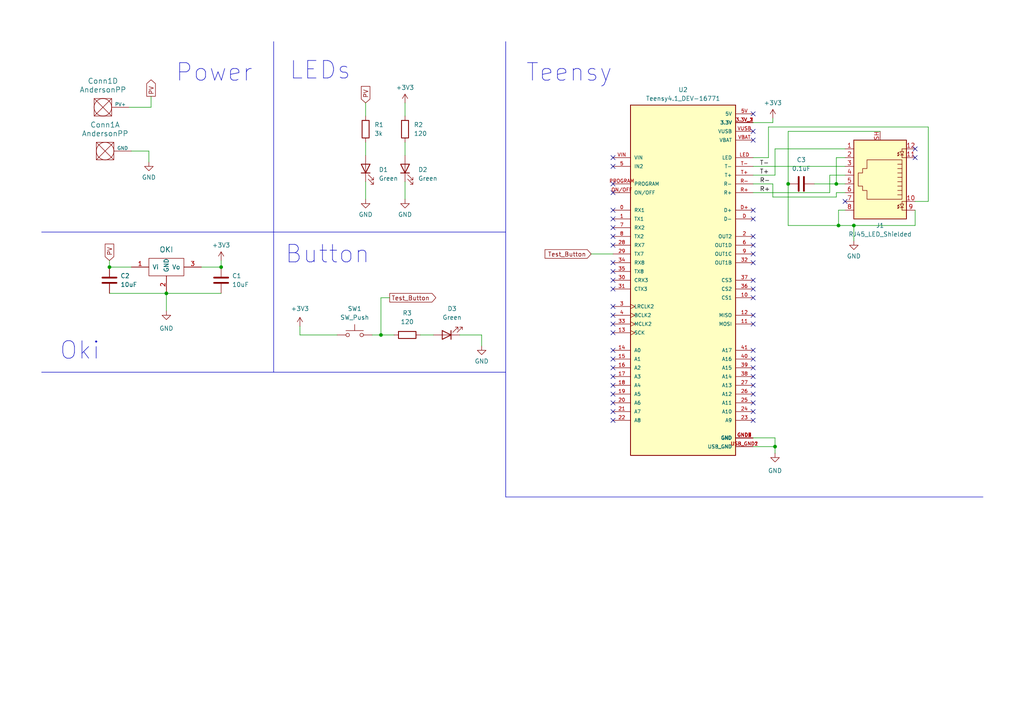
<source format=kicad_sch>
(kicad_sch (version 20230121) (generator eeschema)
  (paper "A4")
  (lib_symbols
    (symbol "Connector:RJ45_LED_Shielded" (pin_names (offset 1.016))
      (property "Reference" "J" (at -5.08 13.97 0))
      (property "Value" "RJ45_LED_Shielded" (at 1.27 13.97 0))
      (symbol "RJ45_LED_Shielded_0_1"
        (polyline (pts (xy -7.62 -7.62) (xy -6.35 -7.62)))
        (polyline (pts (xy -7.62 -5.08) (xy -6.35 -5.08)))
        (polyline (pts (xy -7.62 7.62) (xy -6.35 7.62)))
        (polyline (pts (xy -7.62 10.16) (xy -6.35 10.16)))
        (polyline (pts (xy -6.858 -5.842) (xy -5.842 -5.842)))
        (polyline (pts (xy -6.858 9.398) (xy -5.842 9.398)))
        (polyline (pts (xy -6.35 -7.62) (xy -6.35 -6.858)))
        (polyline (pts (xy -6.35 -5.08) (xy -6.35 -5.842)))
        (polyline (pts (xy -6.35 7.62) (xy -6.35 8.382)))
        (polyline (pts (xy -6.35 10.16) (xy -6.35 9.398)))
        (polyline (pts (xy -5.08 -6.223) (xy -5.207 -6.604)))
        (polyline (pts (xy -5.08 -5.588) (xy -5.207 -5.969)))
        (polyline (pts (xy -5.08 4.445) (xy -6.35 4.445)))
        (polyline (pts (xy -5.08 5.715) (xy -6.35 5.715)))
        (polyline (pts (xy -5.08 9.017) (xy -5.207 8.636)))
        (polyline (pts (xy -5.08 9.652) (xy -5.207 9.271)))
        (polyline (pts (xy -6.35 -3.175) (xy -5.08 -3.175) (xy -5.08 -3.175)))
        (polyline (pts (xy -6.35 -1.905) (xy -5.08 -1.905) (xy -5.08 -1.905)))
        (polyline (pts (xy -6.35 -0.635) (xy -5.08 -0.635) (xy -5.08 -0.635)))
        (polyline (pts (xy -6.35 0.635) (xy -5.08 0.635) (xy -5.08 0.635)))
        (polyline (pts (xy -6.35 1.905) (xy -5.08 1.905) (xy -5.08 1.905)))
        (polyline (pts (xy -5.588 -6.731) (xy -5.08 -6.223) (xy -5.461 -6.35)))
        (polyline (pts (xy -5.588 -6.096) (xy -5.08 -5.588) (xy -5.461 -5.715)))
        (polyline (pts (xy -5.588 8.509) (xy -5.08 9.017) (xy -5.461 8.89)))
        (polyline (pts (xy -5.588 9.144) (xy -5.08 9.652) (xy -5.461 9.525)))
        (polyline (pts (xy -5.08 3.175) (xy -6.35 3.175) (xy -6.35 3.175)))
        (polyline (pts (xy -6.35 -5.842) (xy -6.858 -6.858) (xy -5.842 -6.858) (xy -6.35 -5.842)))
        (polyline (pts (xy -6.35 9.398) (xy -6.858 8.382) (xy -5.842 8.382) (xy -6.35 9.398)))
        (polyline (pts (xy -6.35 -4.445) (xy -6.35 6.985) (xy 3.81 6.985) (xy 3.81 4.445) (xy 5.08 4.445) (xy 5.08 3.175) (xy 6.35 3.175) (xy 6.35 -0.635) (xy 5.08 -0.635) (xy 5.08 -1.905) (xy 3.81 -1.905) (xy 3.81 -4.445) (xy -6.35 -4.445) (xy -6.35 -4.445)))
        (rectangle (start 7.62 12.7) (end -7.62 -10.16) (stroke (width 0.254)) (fill (type background)))
      )
      (symbol "RJ45_LED_Shielded_1_1"
        (pin passive line (at 10.16 -7.62 180) (length 2.54) (name "~") (number "1"))
        (pin passive line (at -10.16 7.62 0) (length 2.54) (name "~") (number "10"))
        (pin passive line (at -10.16 -5.08 0) (length 2.54) (name "~") (number "11"))
        (pin passive line (at -10.16 -7.62 0) (length 2.54) (name "~") (number "12"))
        (pin passive line (at 10.16 -5.08 180) (length 2.54) (name "~") (number "2"))
        (pin passive line (at 10.16 -2.54 180) (length 2.54) (name "~") (number "3"))
        (pin passive line (at 10.16 0 180) (length 2.54) (name "~") (number "4"))
        (pin passive line (at 10.16 2.54 180) (length 2.54) (name "~") (number "5"))
        (pin passive line (at 10.16 5.08 180) (length 2.54) (name "~") (number "6"))
        (pin passive line (at 10.16 7.62 180) (length 2.54) (name "~") (number "7"))
        (pin passive line (at 10.16 10.16 180) (length 2.54) (name "~") (number "8"))
        (pin passive line (at -10.16 10.16 0) (length 2.54) (name "~") (number "9"))
        (pin passive line (at 0 -12.7 90) (length 2.54) (name "~") (number "SH"))
      )
    )
    (symbol "Device:C" (pin_numbers hide) (pin_names (offset 0.254))
      (property "Reference" "C" (at 0.635 2.54 0))
      (property "Value" "C" (at 0.635 -2.54 0))
      (symbol "C_0_1"
        (polyline (pts (xy -2.032 -0.762) (xy 2.032 -0.762)) (stroke (width 0.508)))
        (polyline (pts (xy -2.032 0.762) (xy 2.032 0.762)) (stroke (width 0.508)))
      )
      (symbol "C_1_1"
        (pin passive line (at 0 3.81 270) (length 2.794) (name "~") (number "1"))
        (pin passive line (at 0 -3.81 90) (length 2.794) (name "~") (number "2"))
      )
    )
    (symbol "Device:LED" (pin_numbers hide) (pin_names (offset 1.016) hide)
      (property "Reference" "D" (at 0 2.54 0))
      (property "Value" "LED" (at 0 -2.54 0))
      (symbol "LED_0_1"
        (polyline (pts (xy -1.27 -1.27) (xy -1.27 1.27)) (stroke (width 0.254)))
        (polyline (pts (xy -1.27 0) (xy 1.27 0)))
        (polyline (pts (xy 1.27 -1.27) (xy 1.27 1.27) (xy -1.27 0) (xy 1.27 -1.27)) (stroke (width 0.254)))
        (polyline (pts (xy -3.048 -0.762) (xy -4.572 -2.286) (xy -3.81 -2.286) (xy -4.572 -2.286) (xy -4.572 -1.524)))
        (polyline (pts (xy -1.778 -0.762) (xy -3.302 -2.286) (xy -2.54 -2.286) (xy -3.302 -2.286) (xy -3.302 -1.524)))
      )
      (symbol "LED_1_1"
        (pin passive line (at -3.81 0 0) (length 2.54) (name "K") (number "1"))
        (pin passive line (at 3.81 0 180) (length 2.54) (name "A") (number "2"))
      )
    )
    (symbol "Device:R" (pin_numbers hide) (pin_names (offset 0))
      (property "Reference" "R" (at 2.032 0 90))
      (property "Value" "R" (at 0 0 90))
      (symbol "R_0_1"
        (rectangle (start -1.016 -2.54) (end 1.016 2.54) (stroke (width 0.254)))
      )
      (symbol "R_1_1"
        (pin passive line (at 0 3.81 270) (length 1.27) (name "~") (number "1"))
        (pin passive line (at 0 -3.81 90) (length 1.27) (name "~") (number "2"))
      )
    )
    (symbol "MRDT_Connectors:AndersonPP" (pin_numbers hide) (pin_names (offset 0))
      (property "Reference" "Conn" (at 3.81 -1.27 0))
      (property "Value" "AndersonPP" (at 2.54 6.35 0))
      (symbol "AndersonPP_0_1"
        (polyline (pts (xy 0 5.08) (xy 5.08 0)))
        (polyline (pts (xy 5.08 5.08) (xy 0 0)))
        (rectangle (start 0 0) (end 5.08 5.08))
        (circle (center 2.54 2.54) (radius 2.54))
      )
      (symbol "AndersonPP_1_1"
        (pin input line (at 10.16 2.54 180) (length 5.08) (name "GND") (number "1"))
      )
      (symbol "AndersonPP_2_1"
        (pin input line (at 10.16 2.54 180) (length 5.08) (name "V+Log") (number "2"))
      )
      (symbol "AndersonPP_3_1"
        (pin input line (at 10.16 2.54 180) (length 5.08) (name "V+Act") (number "3"))
      )
      (symbol "AndersonPP_4_1"
        (pin input line (at 10.16 2.54 180) (length 5.08) (name "PV+") (number "4"))
      )
      (symbol "AndersonPP_5_1"
        (pin input line (at 10.16 2.54 180) (length 5.08) (name "~") (number "1"))
      )
    )
    (symbol "MRDT_Devices:OKI" (pin_names (offset 1.016))
      (property "Value" "OKI" (at 5.08 6.35 0))
      (symbol "OKI_0_1"
        (rectangle (start 0 0) (end 10.16 5.08))
      )
      (symbol "OKI_1_1"
        (pin input line (at -5.08 2.54 0) (length 5.08) (name "Vi") (number "1"))
        (pin output line (at 5.08 -5.08 90) (length 5.08) (name "GND") (number "2"))
        (pin output line (at 15.24 2.54 180) (length 5.08) (name "Vo") (number "3"))
      )
    )
    (symbol "MRDT_Shields:Teensy4.1_DEV-16771" (pin_names (offset 1.016))
      (property "Reference" "U" (at -15.24 52.07 0))
      (property "Value" "Teensy4.1_DEV-16771" (at -15.24 -53.34 0))
      (symbol "Teensy4.1_DEV-16771_0_0"
        (rectangle (start -15.24 -50.8) (end 15.24 50.8) (stroke (width 0.254)) (fill (type background)))
        (pin bidirectional line (at -20.32 20.32 0) (length 5.08) (name "RX1") (number "0"))
        (pin bidirectional line (at -20.32 17.78 0) (length 5.08) (name "TX1") (number "1"))
        (pin bidirectional line (at 20.32 -5.08 180) (length 5.08) (name "CS1") (number "10"))
        (pin bidirectional line (at 20.32 -12.7 180) (length 5.08) (name "MOSI") (number "11"))
        (pin bidirectional line (at 20.32 -10.16 180) (length 5.08) (name "MISO") (number "12"))
        (pin bidirectional clock (at -20.32 -15.24 0) (length 5.08) (name "SCK") (number "13"))
        (pin bidirectional line (at -20.32 -20.32 0) (length 5.08) (name "A0") (number "14"))
        (pin bidirectional line (at -20.32 -22.86 0) (length 5.08) (name "A1") (number "15"))
        (pin bidirectional line (at -20.32 -25.4 0) (length 5.08) (name "A2") (number "16"))
        (pin bidirectional line (at -20.32 -27.94 0) (length 5.08) (name "A3") (number "17"))
        (pin bidirectional line (at -20.32 -30.48 0) (length 5.08) (name "A4") (number "18"))
        (pin bidirectional line (at -20.32 -33.02 0) (length 5.08) (name "A5") (number "19"))
        (pin output line (at 20.32 12.7 180) (length 5.08) (name "OUT2") (number "2"))
        (pin bidirectional line (at -20.32 -35.56 0) (length 5.08) (name "A6") (number "20"))
        (pin bidirectional line (at -20.32 -38.1 0) (length 5.08) (name "A7") (number "21"))
        (pin bidirectional line (at -20.32 -40.64 0) (length 5.08) (name "A8") (number "22"))
        (pin bidirectional line (at 20.32 -40.64 180) (length 5.08) (name "A9") (number "23"))
        (pin bidirectional line (at 20.32 -38.1 180) (length 5.08) (name "A10") (number "24"))
        (pin bidirectional line (at 20.32 -35.56 180) (length 5.08) (name "A11") (number "25"))
        (pin bidirectional line (at 20.32 -33.02 180) (length 5.08) (name "A12") (number "26"))
        (pin bidirectional line (at 20.32 -30.48 180) (length 5.08) (name "A13") (number "27"))
        (pin bidirectional line (at -20.32 10.16 0) (length 5.08) (name "RX7") (number "28"))
        (pin bidirectional line (at -20.32 7.62 0) (length 5.08) (name "TX7") (number "29"))
        (pin bidirectional clock (at -20.32 -7.62 0) (length 5.08) (name "LRCLK2") (number "3"))
        (pin power_in line (at 20.32 45.72 180) (length 5.08) (name "3.3V") (number "3.3V_1"))
        (pin power_in line (at 20.32 45.72 180) (length 5.08) (name "3.3V") (number "3.3V_2"))
        (pin power_in line (at 20.32 45.72 180) (length 5.08) (name "3.3V") (number "3.3V_3"))
        (pin bidirectional line (at -20.32 0 0) (length 5.08) (name "CRX3") (number "30"))
        (pin bidirectional line (at -20.32 -2.54 0) (length 5.08) (name "CTX3") (number "31"))
        (pin output line (at 20.32 5.08 180) (length 5.08) (name "OUT1B") (number "32"))
        (pin bidirectional clock (at -20.32 -12.7 0) (length 5.08) (name "MCLK2") (number "33"))
        (pin bidirectional line (at -20.32 5.08 0) (length 5.08) (name "RX8") (number "34"))
        (pin bidirectional line (at -20.32 2.54 0) (length 5.08) (name "TX8") (number "35"))
        (pin bidirectional line (at 20.32 -2.54 180) (length 5.08) (name "CS2") (number "36"))
        (pin bidirectional line (at 20.32 0 180) (length 5.08) (name "CS3") (number "37"))
        (pin bidirectional line (at 20.32 -27.94 180) (length 5.08) (name "A14") (number "38"))
        (pin bidirectional line (at 20.32 -25.4 180) (length 5.08) (name "A15") (number "39"))
        (pin bidirectional clock (at -20.32 -10.16 0) (length 5.08) (name "BCLK2") (number "4"))
        (pin bidirectional line (at 20.32 -22.86 180) (length 5.08) (name "A16") (number "40"))
        (pin bidirectional line (at 20.32 -20.32 180) (length 5.08) (name "A17") (number "41"))
        (pin bidirectional line (at -20.32 33.02 0) (length 5.08) (name "IN2") (number "5"))
        (pin power_in line (at 20.32 48.26 180) (length 5.08) (name "5V") (number "5V"))
        (pin output line (at 20.32 10.16 180) (length 5.08) (name "OUT1D") (number "6"))
        (pin bidirectional line (at -20.32 15.24 0) (length 5.08) (name "RX2") (number "7"))
        (pin bidirectional line (at -20.32 12.7 0) (length 5.08) (name "TX2") (number "8"))
        (pin output line (at 20.32 7.62 180) (length 5.08) (name "OUT1C") (number "9"))
        (pin bidirectional line (at 20.32 17.78 180) (length 5.08) (name "D-") (number "D"))
        (pin bidirectional line (at 20.32 20.32 180) (length 5.08) (name "D+") (number "D+"))
        (pin power_in line (at 20.32 -45.72 180) (length 5.08) (name "GND") (number "GND1"))
        (pin power_in line (at 20.32 -45.72 180) (length 5.08) (name "GND") (number "GND2"))
        (pin power_in line (at 20.32 -45.72 180) (length 5.08) (name "GND") (number "GND3"))
        (pin power_in line (at 20.32 -45.72 180) (length 5.08) (name "GND") (number "GND4"))
        (pin power_in line (at 20.32 -45.72 180) (length 5.08) (name "GND") (number "GND5"))
        (pin bidirectional line (at 20.32 35.56 180) (length 5.08) (name "LED") (number "LED"))
        (pin bidirectional line (at -20.32 25.4 0) (length 5.08) (name "ON/OFF") (number "ON/OFF"))
        (pin bidirectional line (at -20.32 27.94 0) (length 5.08) (name "PROGRAM") (number "PROGRAM"))
        (pin bidirectional line (at 20.32 25.4 180) (length 5.08) (name "R+") (number "R+"))
        (pin bidirectional line (at 20.32 27.94 180) (length 5.08) (name "R-") (number "R-"))
        (pin bidirectional line (at 20.32 30.48 180) (length 5.08) (name "T+") (number "T+"))
        (pin bidirectional line (at 20.32 33.02 180) (length 5.08) (name "T-") (number "T-"))
        (pin power_in line (at 20.32 -48.26 180) (length 5.08) (name "USB_GND") (number "USB_GND1"))
        (pin power_in line (at 20.32 -48.26 180) (length 5.08) (name "USB_GND") (number "USB_GND2"))
        (pin passive line (at 20.32 40.64 180) (length 5.08) (name "VBAT") (number "VBAT"))
        (pin input line (at -20.32 35.56 0) (length 5.08) (name "VIN") (number "VIN"))
        (pin passive line (at 20.32 43.18 180) (length 5.08) (name "VUSB") (number "VUSB"))
      )
    )
    (symbol "Switch:SW_Push" (pin_numbers hide) (pin_names (offset 1.016) hide)
      (property "Reference" "SW" (at 1.27 2.54 0))
      (property "Value" "SW_Push" (at 0 -1.524 0))
      (symbol "SW_Push_0_1"
        (circle (center -2.032 0) (radius 0.508))
        (polyline (pts (xy 0 1.27) (xy 0 3.048)))
        (polyline (pts (xy 2.54 1.27) (xy -2.54 1.27)))
        (circle (center 2.032 0) (radius 0.508))
        (pin passive line (at -5.08 0 0) (length 2.54) (name "1") (number "1"))
        (pin passive line (at 5.08 0 180) (length 2.54) (name "2") (number "2"))
      )
    )
    (symbol "power:+3V3" (power) (pin_names (offset 0))
      (property "Value" "+3V3" (at 0 3.556 0))
      (symbol "+3V3_0_1"
        (polyline (pts (xy -0.762 1.27) (xy 0 2.54)))
        (polyline (pts (xy 0 0) (xy 0 2.54)))
        (polyline (pts (xy 0 2.54) (xy 0.762 1.27)))
      )
      (symbol "+3V3_1_1"
        (pin power_in line (at 0 0 90) (length 0) hide (name "+3V3") (number "1"))
      )
    )
    (symbol "power:GND" (power) (pin_names (offset 0))
      (property "Value" "GND" (at 0 -3.81 0))
      (symbol "GND_0_1"
        (polyline (pts (xy 0 0) (xy 0 -1.27) (xy 1.27 -1.27) (xy 0 -2.54) (xy -1.27 -1.27) (xy 0 -1.27)))
      )
      (symbol "GND_1_1"
        (pin power_in line (at 0 0 270) (length 0) hide (name "GND") (number "1"))
      )
    )
  )
  (junction (at 228.6 53.34))
  (junction (at 247.65 65.405))
  (junction (at 48.26 85.09))
  (junction (at 243.205 65.405))
  (junction (at 110.49 97.155))
  (junction (at 242.57 53.34))
  (junction (at 31.75 77.47))
  (junction (at 64.135 77.47))
  (junction (at 224.79 129.54))
  (no_connect (at 218.44 81.28))
  (no_connect (at 218.44 33.02))
  (no_connect (at 177.8 106.68))
  (no_connect (at 218.44 60.96))
  (no_connect (at 177.8 63.5))
  (no_connect (at 177.8 48.26))
  (no_connect (at 218.44 38.1))
  (no_connect (at 218.44 91.44))
  (no_connect (at 218.44 76.2))
  (no_connect (at 218.44 68.58))
  (no_connect (at 218.44 109.22))
  (no_connect (at 177.8 114.3))
  (no_connect (at 177.8 104.14))
  (no_connect (at 177.8 53.34))
  (no_connect (at 218.44 114.3))
  (no_connect (at 218.44 119.38))
  (no_connect (at 177.8 60.96))
  (no_connect (at 177.8 91.44))
  (no_connect (at 218.44 63.5))
  (no_connect (at 177.8 119.38))
  (no_connect (at 218.44 73.66))
  (no_connect (at 177.8 116.84))
  (no_connect (at 177.8 121.92))
  (no_connect (at 177.8 76.2))
  (no_connect (at 218.44 71.12))
  (no_connect (at 245.11 58.42))
  (no_connect (at 177.8 83.82))
  (no_connect (at 177.8 45.72))
  (no_connect (at 177.8 55.88))
  (no_connect (at 177.8 101.6))
  (no_connect (at 218.44 111.76))
  (no_connect (at 177.8 71.12))
  (no_connect (at 177.8 78.74))
  (no_connect (at 218.44 93.98))
  (no_connect (at 177.8 81.28))
  (no_connect (at 218.44 83.82))
  (no_connect (at 177.8 96.52))
  (no_connect (at 177.8 88.9))
  (no_connect (at 218.44 101.6))
  (no_connect (at 218.44 116.84))
  (no_connect (at 177.8 66.04))
  (no_connect (at 218.44 106.68))
  (no_connect (at 218.44 121.92))
  (no_connect (at 265.43 45.72))
  (no_connect (at 177.8 93.98))
  (no_connect (at 218.44 104.14))
  (no_connect (at 265.43 43.18))
  (no_connect (at 218.44 40.64))
  (no_connect (at 218.44 86.36))
  (no_connect (at 177.8 109.22))
  (no_connect (at 177.8 68.58))
  (no_connect (at 177.8 111.76))
  (wire (pts (xy 265.43 60.96) (xy 265.43 65.405)))
  (wire (pts (xy 106.045 41.275) (xy 106.045 45.085)))
  (wire (pts (xy 242.57 57.15) (xy 224.155 57.15)))
  (wire (pts (xy 43.18 43.815) (xy 43.18 46.99)))
  (wire (pts (xy 224.155 57.15) (xy 224.155 53.34)))
  (wire (pts (xy 224.79 127) (xy 224.79 129.54)))
  (wire (pts (xy 240.665 50.8) (xy 240.665 55.88)))
  (wire (pts (xy 247.65 65.405) (xy 247.65 69.85)))
  (wire (pts (xy 245.11 55.88) (xy 242.57 55.88)))
  (wire (pts (xy 218.44 129.54) (xy 224.79 129.54)))
  (wire (pts (xy 106.045 29.845) (xy 106.045 33.655)))
  (wire (pts (xy 117.475 52.705) (xy 117.475 57.785)))
  (wire (pts (xy 31.75 75.565) (xy 31.75 77.47)))
  (wire (pts (xy 243.205 60.96) (xy 243.205 65.405)))
  (wire (pts (xy 121.92 97.155) (xy 125.73 97.155)))
  (wire (pts (xy 240.665 55.88) (xy 218.44 55.88)))
  (wire (pts (xy 86.995 94.615) (xy 86.995 97.155)))
  (wire (pts (xy 245.11 60.96) (xy 243.205 60.96)))
  (wire (pts (xy 64.135 75.565) (xy 64.135 77.47)))
  (wire (pts (xy 31.75 85.09) (xy 48.26 85.09)))
  (wire (pts (xy 117.475 29.845) (xy 117.475 33.655)))
  (polyline (pts (xy 285.115 144.145) (xy 146.685 144.145)))
  (wire (pts (xy 224.79 43.18) (xy 224.79 50.8)))
  (wire (pts (xy 245.11 45.72) (xy 242.57 45.72)))
  (wire (pts (xy 224.79 129.54) (xy 224.79 131.445)))
  (wire (pts (xy 43.815 27.94) (xy 43.815 31.115)))
  (wire (pts (xy 58.42 77.47) (xy 64.135 77.47)))
  (wire (pts (xy 222.885 36.83) (xy 222.885 45.72)))
  (wire (pts (xy 218.44 127) (xy 224.79 127)))
  (wire (pts (xy 242.57 45.72) (xy 242.57 53.34)))
  (wire (pts (xy 242.57 55.88) (xy 242.57 57.15)))
  (wire (pts (xy 218.44 48.26) (xy 245.11 48.26)))
  (wire (pts (xy 228.6 38.1) (xy 228.6 53.34)))
  (wire (pts (xy 171.45 73.66) (xy 177.8 73.66)))
  (wire (pts (xy 139.7 97.155) (xy 139.7 100.33)))
  (wire (pts (xy 243.205 65.405) (xy 228.6 65.405)))
  (wire (pts (xy 255.27 38.1) (xy 228.6 38.1)))
  (wire (pts (xy 64.135 85.09) (xy 48.26 85.09)))
  (wire (pts (xy 247.65 65.405) (xy 243.205 65.405)))
  (wire (pts (xy 222.885 45.72) (xy 218.44 45.72)))
  (wire (pts (xy 245.11 43.18) (xy 224.79 43.18)))
  (wire (pts (xy 224.155 35.56) (xy 218.44 35.56)))
  (wire (pts (xy 107.95 97.155) (xy 110.49 97.155)))
  (wire (pts (xy 110.49 86.36) (xy 110.49 97.155)))
  (polyline (pts (xy 79.375 12.065) (xy 79.375 107.95)))
  (wire (pts (xy 106.045 52.705) (xy 106.045 57.785)))
  (wire (pts (xy 133.35 97.155) (xy 139.7 97.155)))
  (wire (pts (xy 242.57 53.34) (xy 245.11 53.34)))
  (wire (pts (xy 245.11 50.8) (xy 240.665 50.8)))
  (wire (pts (xy 110.49 97.155) (xy 114.3 97.155)))
  (wire (pts (xy 224.79 50.8) (xy 218.44 50.8)))
  (wire (pts (xy 117.475 41.275) (xy 117.475 45.085)))
  (wire (pts (xy 265.43 65.405) (xy 247.65 65.405)))
  (wire (pts (xy 48.26 85.09) (xy 48.26 90.17)))
  (wire (pts (xy 269.24 58.42) (xy 269.24 36.83)))
  (wire (pts (xy 265.43 58.42) (xy 269.24 58.42)))
  (wire (pts (xy 86.995 97.155) (xy 97.79 97.155)))
  (wire (pts (xy 269.24 36.83) (xy 222.885 36.83)))
  (polyline (pts (xy 12.065 67.31) (xy 146.685 67.31)))
  (polyline (pts (xy 12.065 107.95) (xy 146.685 107.95)))
  (wire (pts (xy 38.1 77.47) (xy 31.75 77.47)))
  (wire (pts (xy 236.22 53.34) (xy 242.57 53.34)))
  (wire (pts (xy 38.1 43.815) (xy 43.18 43.815)))
  (polyline (pts (xy 146.685 12.065) (xy 146.685 144.145)))
  (wire (pts (xy 228.6 65.405) (xy 228.6 53.34)))
  (wire (pts (xy 224.155 34.29) (xy 224.155 35.56)))
  (wire (pts (xy 43.815 31.115) (xy 37.465 31.115)))
  (wire (pts (xy 224.155 53.34) (xy 218.44 53.34)))
  (wire (pts (xy 113.03 86.36) (xy 110.49 86.36)))
  (text "Oki" (at 17.145 104.775 0) (effects (font (size 5.08 5.08)) (justify left bottom)))
  (text "LEDs" (at 83.82 23.495 0) (effects (font (size 5.08 5.08)) (justify left bottom)))
  (text "Button" (at 82.55 76.835 0) (effects (font (size 5.08 5.08)) (justify left bottom)))
  (text "Power" (at 50.8 24.13 0) (effects (font (size 5.08 5.08)) (justify left bottom)))
  (text "Teensy" (at 152.4 24.13 0) (effects (font (size 5.08 5.08)) (justify left bottom)))
  (label "T-" (at 220.345 48.26 0))
  (label "R-" (at 220.345 53.34 0))
  (label "R+" (at 220.345 55.88 0))
  (label "T+" (at 220.345 50.8 0))
  (global_label "Test_Button" (shape output) (at 113.03 86.36 0) (property "Intersheetrefs" "${INTERSHEET_REFS}" (effects hide)))
  (global_label "PV" (shape input) (at 31.75 75.565 90) (property "Intersheetrefs" "${INTERSHEET_REFS}" (effects hide)))
  (global_label "Test_Button" (shape input) (at 171.45 73.66 180) (property "Intersheetrefs" "${INTERSHEET_REFS}" (effects hide)))
  (global_label "PV" (shape input) (at 106.045 29.845 90) (property "Intersheetrefs" "${INTERSHEET_REFS}" (effects hide)))
  (global_label "PV" (shape output) (at 43.815 27.94 90) (property "Intersheetrefs" "${INTERSHEET_REFS}" (effects hide)))
  (symbol (lib_id "power:GND") (at 224.79 131.445 0) (unit 1)
    (property "Reference" "#PWR08" (effects hide))
    (property "Value" "GND" (at 224.79 136.525 0))
  )
  (symbol (lib_id "Device:LED") (at 117.475 48.895 90) (unit 1)
    (property "Reference" "D2" (at 121.285 49.2125 90) (effects (justify right)))
    (property "Value" "Green" (at 121.285 51.7525 90) (effects (justify right)))
    (property "Footprint" "LED_SMD:LED_0603_1608Metric_Pad1.05x0.95mm_HandSolder" (effects hide))
  )
  (symbol (lib_id "Device:R") (at 118.11 97.155 90) (unit 1)
    (property "Reference" "R3" (at 118.11 90.805 90))
    (property "Value" "120" (at 118.11 93.345 90))
    (property "Footprint" "Resistor_SMD:R_0603_1608Metric_Pad0.98x0.95mm_HandSolder" (effects hide))
  )
  (symbol (lib_id "Device:R") (at 117.475 37.465 0) (unit 1)
    (property "Reference" "R2" (at 120.015 36.195 0) (effects (justify left)))
    (property "Value" "120" (at 120.015 38.735 0) (effects (justify left)))
    (property "Footprint" "Resistor_SMD:R_0603_1608Metric_Pad0.98x0.95mm_HandSolder" (effects hide))
  )
  (symbol (lib_id "power:GND") (at 117.475 57.785 0) (unit 1)
    (property "Reference" "#PWR04" (effects hide))
    (property "Value" "GND" (at 117.475 62.23 0))
  )
  (symbol (lib_id "MRDT_Shields:Teensy4.1_DEV-16771") (at 198.12 81.28 0) (unit 1)
    (property "Reference" "U2" (at 198.12 26.035 0))
    (property "Value" "Teensy4.1_DEV-16771" (at 198.12 28.575 0))
    (property "Footprint" "MRDT_Shields:Teensy_4_1_Ethernet" (effects hide))
    (property "STANDARD" "Manufacturer recommendations" (effects hide))
    (property "MAXIMUM_PACKAGE_HEIGHT" "4.07mm" (effects hide))
    (property "MANUFACTURER" "SparkFun Electronics" (effects hide))
    (property "PARTREV" "4.1" (effects hide))
  )
  (symbol (lib_id "Device:C") (at 31.75 81.28 0) (unit 1)
    (property "Reference" "C2" (at 34.925 80.01 0) (effects (justify left)))
    (property "Value" "10uF" (at 34.925 82.55 0) (effects (justify left)))
    (property "Footprint" "Capacitor_SMD:C_0603_1608Metric_Pad1.08x0.95mm_HandSolder" (effects hide))
  )
  (symbol (lib_id "Device:C") (at 64.135 81.28 0) (unit 1)
    (property "Reference" "C1" (at 67.31 80.01 0) (effects (justify left)))
    (property "Value" "10uF" (at 67.31 82.55 0) (effects (justify left)))
    (property "Footprint" "Capacitor_SMD:C_0603_1608Metric_Pad1.08x0.95mm_HandSolder" (effects hide))
  )
  (symbol (lib_id "Connector:RJ45_LED_Shielded") (at 255.27 50.8 180) (unit 1)
    (property "Reference" "J1" (at 255.27 65.405 0))
    (property "Value" "RJ45_LED_Shielded" (at 255.27 67.945 0))
    (property "Footprint" "MRDT_Connectors:RJ45_Teensy" (effects hide))
  )
  (symbol (lib_id "Device:LED") (at 129.54 97.155 180) (unit 1)
    (property "Reference" "D3" (at 131.1275 89.535 0))
    (property "Value" "Green" (at 131.1275 92.075 0))
    (property "Footprint" "LED_SMD:LED_0603_1608Metric_Pad1.05x0.95mm_HandSolder" (effects hide))
  )
  (symbol (lib_id "MRDT_Connectors:AndersonPP") (at 27.305 33.655 0) (unit 4)
    (property "Reference" "Conn1" (at 29.845 23.495 0) (effects (font (size 1.524 1.524))))
    (property "Value" "AndersonPP" (at 29.845 26.035 0) (effects (font (size 1.524 1.524))))
    (property "Footprint" "MRDT_Connectors:Square_Anderson_2_H_Side_By_Side_PV" (effects hide))
  )
  (symbol (lib_id "Device:C") (at 232.41 53.34 90) (unit 1)
    (property "Reference" "C3" (at 232.41 46.355 90))
    (property "Value" "0.1uF" (at 232.41 48.895 90))
    (property "Footprint" "Capacitor_SMD:C_0603_1608Metric_Pad1.08x0.95mm_HandSolder" (effects hide))
  )
  (symbol (lib_id "power:GND") (at 106.045 57.785 0) (unit 1)
    (property "Reference" "#PWR05" (effects hide))
    (property "Value" "GND" (at 106.045 62.23 0))
  )
  (symbol (lib_id "MRDT_Devices:OKI") (at 43.18 80.01 0) (unit 1)
    (property "Reference" "U1" (effects hide))
    (property "Value" "OKI" (at 48.26 72.39 0) (effects (font (size 1.524 1.524))))
    (property "Footprint" "MRDT_Devices:OKI_Horizontal" (effects hide))
  )
  (symbol (lib_id "Device:LED") (at 106.045 48.895 90) (unit 1)
    (property "Reference" "D1" (at 109.855 49.2125 90) (effects (justify right)))
    (property "Value" "Green" (at 109.855 51.7525 90) (effects (justify right)))
    (property "Footprint" "LED_SMD:LED_0603_1608Metric_Pad1.05x0.95mm_HandSolder" (effects hide))
  )
  (symbol (lib_id "power:+3V3") (at 86.995 94.615 0) (unit 1)
    (property "Reference" "#PWR010" (effects hide))
    (property "Value" "+3V3" (at 86.995 89.535 0))
  )
  (symbol (lib_id "power:+3V3") (at 224.155 34.29 0) (unit 1)
    (property "Reference" "#PWR07" (effects hide))
    (property "Value" "+3V3" (at 224.155 29.845 0))
  )
  (symbol (lib_id "power:+3V3") (at 64.135 75.565 0) (unit 1)
    (property "Reference" "#PWR02" (effects hide))
    (property "Value" "+3V3" (at 64.135 71.12 0))
  )
  (symbol (lib_id "power:GND") (at 139.7 100.33 0) (unit 1)
    (property "Reference" "#PWR011" (effects hide))
    (property "Value" "GND" (at 139.7 104.775 0))
  )
  (symbol (lib_id "MRDT_Connectors:AndersonPP") (at 27.94 46.355 0) (unit 1)
    (property "Reference" "Conn1" (at 30.48 36.195 0) (effects (font (size 1.524 1.524))))
    (property "Value" "AndersonPP" (at 30.48 38.735 0) (effects (font (size 1.524 1.524))))
    (property "Footprint" "MRDT_Connectors:Square_Anderson_2_H_Side_By_Side_PV" (effects hide))
  )
  (symbol (lib_id "power:GND") (at 48.26 90.17 0) (unit 1)
    (property "Reference" "#PWR03" (effects hide))
    (property "Value" "GND" (at 48.26 95.25 0))
  )
  (symbol (lib_id "Switch:SW_Push") (at 102.87 97.155 0) (unit 1)
    (property "Reference" "SW1" (at 102.87 89.535 0))
    (property "Value" "SW_Push" (at 102.87 92.075 0))
    (property "Footprint" "Button_Switch_SMD:SW_SPST_TL3305A" (effects hide))
  )
  (symbol (lib_id "power:GND") (at 43.18 46.99 0) (unit 1)
    (property "Reference" "#PWR01" (effects hide))
    (property "Value" "GND" (at 43.18 51.435 0))
  )
  (symbol (lib_id "Device:R") (at 106.045 37.465 0) (unit 1)
    (property "Reference" "R1" (at 108.585 36.195 0) (effects (justify left)))
    (property "Value" "3k" (at 108.585 38.735 0) (effects (justify left)))
    (property "Footprint" "Resistor_SMD:R_0603_1608Metric_Pad0.98x0.95mm_HandSolder" (effects hide))
  )
  (symbol (lib_id "power:GND") (at 247.65 69.85 0) (unit 1)
    (property "Reference" "#PWR09" (effects hide))
    (property "Value" "GND" (at 247.65 74.295 0))
  )
  (symbol (lib_id "power:+3V3") (at 117.475 29.845 0) (unit 1)
    (property "Reference" "#PWR06" (effects hide))
    (property "Value" "+3V3" (at 117.475 25.4 0))
  )
)
</source>
